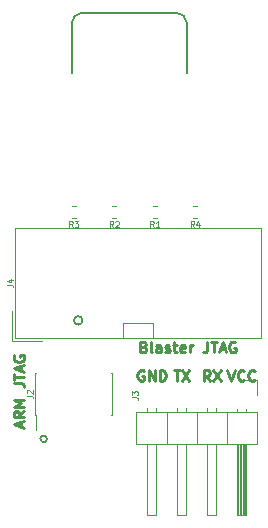
<source format=gbr>
%TF.GenerationSoftware,KiCad,Pcbnew,5.0.2*%
%TF.CreationDate,2019-04-27T21:36:03+08:00*%
%TF.ProjectId,aw-sd-dbg,61772d73-642d-4646-9267-2e6b69636164,rev?*%
%TF.SameCoordinates,Original*%
%TF.FileFunction,Legend,Top*%
%TF.FilePolarity,Positive*%
%FSLAX46Y46*%
G04 Gerber Fmt 4.6, Leading zero omitted, Abs format (unit mm)*
G04 Created by KiCad (PCBNEW 5.0.2) date 2019年04月27日 星期六 21时36分03秒*
%MOMM*%
%LPD*%
G01*
G04 APERTURE LIST*
%ADD10C,0.120000*%
%ADD11C,0.200000*%
%ADD12C,0.225000*%
%ADD13C,0.150000*%
%ADD14C,0.125000*%
G04 APERTURE END LIST*
D10*
X118872000Y-49276000D02*
X118872000Y-50546000D01*
X116332000Y-49276000D02*
X118872000Y-49276000D01*
X116332000Y-50546000D02*
X116332000Y-49276000D01*
D11*
X112881210Y-49022000D02*
G75*
G03X112881210Y-49022000I-359210J0D01*
G01*
X109884981Y-59055000D02*
G75*
G03X109884981Y-59055000I-283981J0D01*
G01*
D12*
X107719000Y-58033857D02*
X107719000Y-57605285D01*
X107976142Y-58119571D02*
X107076142Y-57819571D01*
X107976142Y-57519571D01*
X107976142Y-56705285D02*
X107547571Y-57005285D01*
X107976142Y-57219571D02*
X107076142Y-57219571D01*
X107076142Y-56876714D01*
X107119000Y-56791000D01*
X107161857Y-56748142D01*
X107247571Y-56705285D01*
X107376142Y-56705285D01*
X107461857Y-56748142D01*
X107504714Y-56791000D01*
X107547571Y-56876714D01*
X107547571Y-57219571D01*
X107976142Y-56319571D02*
X107076142Y-56319571D01*
X107719000Y-56019571D01*
X107076142Y-55719571D01*
X107976142Y-55719571D01*
X107076142Y-54348142D02*
X107719000Y-54348142D01*
X107847571Y-54391000D01*
X107933285Y-54476714D01*
X107976142Y-54605285D01*
X107976142Y-54691000D01*
X107076142Y-54048142D02*
X107076142Y-53533857D01*
X107976142Y-53791000D02*
X107076142Y-53791000D01*
X107719000Y-53276714D02*
X107719000Y-52848142D01*
X107976142Y-53362428D02*
X107076142Y-53062428D01*
X107976142Y-52762428D01*
X107119000Y-51991000D02*
X107076142Y-52076714D01*
X107076142Y-52205285D01*
X107119000Y-52333857D01*
X107204714Y-52419571D01*
X107290428Y-52462428D01*
X107461857Y-52505285D01*
X107590428Y-52505285D01*
X107761857Y-52462428D01*
X107847571Y-52419571D01*
X107933285Y-52333857D01*
X107976142Y-52205285D01*
X107976142Y-52119571D01*
X107933285Y-51991000D01*
X107890428Y-51948142D01*
X107590428Y-51948142D01*
X107590428Y-52119571D01*
X125165000Y-53228142D02*
X125465000Y-54128142D01*
X125765000Y-53228142D01*
X126579285Y-54042428D02*
X126536428Y-54085285D01*
X126407857Y-54128142D01*
X126322142Y-54128142D01*
X126193571Y-54085285D01*
X126107857Y-53999571D01*
X126065000Y-53913857D01*
X126022142Y-53742428D01*
X126022142Y-53613857D01*
X126065000Y-53442428D01*
X126107857Y-53356714D01*
X126193571Y-53271000D01*
X126322142Y-53228142D01*
X126407857Y-53228142D01*
X126536428Y-53271000D01*
X126579285Y-53313857D01*
X127479285Y-54042428D02*
X127436428Y-54085285D01*
X127307857Y-54128142D01*
X127222142Y-54128142D01*
X127093571Y-54085285D01*
X127007857Y-53999571D01*
X126965000Y-53913857D01*
X126922142Y-53742428D01*
X126922142Y-53613857D01*
X126965000Y-53442428D01*
X127007857Y-53356714D01*
X127093571Y-53271000D01*
X127222142Y-53228142D01*
X127307857Y-53228142D01*
X127436428Y-53271000D01*
X127479285Y-53313857D01*
X123675000Y-54128142D02*
X123375000Y-53699571D01*
X123160714Y-54128142D02*
X123160714Y-53228142D01*
X123503571Y-53228142D01*
X123589285Y-53271000D01*
X123632142Y-53313857D01*
X123675000Y-53399571D01*
X123675000Y-53528142D01*
X123632142Y-53613857D01*
X123589285Y-53656714D01*
X123503571Y-53699571D01*
X123160714Y-53699571D01*
X123975000Y-53228142D02*
X124575000Y-54128142D01*
X124575000Y-53228142D02*
X123975000Y-54128142D01*
X120599285Y-53228142D02*
X121113571Y-53228142D01*
X120856428Y-54128142D02*
X120856428Y-53228142D01*
X121327857Y-53228142D02*
X121927857Y-54128142D01*
X121927857Y-53228142D02*
X121327857Y-54128142D01*
X118059285Y-53271000D02*
X117973571Y-53228142D01*
X117845000Y-53228142D01*
X117716428Y-53271000D01*
X117630714Y-53356714D01*
X117587857Y-53442428D01*
X117545000Y-53613857D01*
X117545000Y-53742428D01*
X117587857Y-53913857D01*
X117630714Y-53999571D01*
X117716428Y-54085285D01*
X117845000Y-54128142D01*
X117930714Y-54128142D01*
X118059285Y-54085285D01*
X118102142Y-54042428D01*
X118102142Y-53742428D01*
X117930714Y-53742428D01*
X118487857Y-54128142D02*
X118487857Y-53228142D01*
X119002142Y-54128142D01*
X119002142Y-53228142D01*
X119430714Y-54128142D02*
X119430714Y-53228142D01*
X119645000Y-53228142D01*
X119773571Y-53271000D01*
X119859285Y-53356714D01*
X119902142Y-53442428D01*
X119945000Y-53613857D01*
X119945000Y-53742428D01*
X119902142Y-53913857D01*
X119859285Y-53999571D01*
X119773571Y-54085285D01*
X119645000Y-54128142D01*
X119430714Y-54128142D01*
X118064428Y-51243714D02*
X118193000Y-51286571D01*
X118235857Y-51329428D01*
X118278714Y-51415142D01*
X118278714Y-51543714D01*
X118235857Y-51629428D01*
X118193000Y-51672285D01*
X118107285Y-51715142D01*
X117764428Y-51715142D01*
X117764428Y-50815142D01*
X118064428Y-50815142D01*
X118150142Y-50858000D01*
X118193000Y-50900857D01*
X118235857Y-50986571D01*
X118235857Y-51072285D01*
X118193000Y-51158000D01*
X118150142Y-51200857D01*
X118064428Y-51243714D01*
X117764428Y-51243714D01*
X118793000Y-51715142D02*
X118707285Y-51672285D01*
X118664428Y-51586571D01*
X118664428Y-50815142D01*
X119521571Y-51715142D02*
X119521571Y-51243714D01*
X119478714Y-51158000D01*
X119393000Y-51115142D01*
X119221571Y-51115142D01*
X119135857Y-51158000D01*
X119521571Y-51672285D02*
X119435857Y-51715142D01*
X119221571Y-51715142D01*
X119135857Y-51672285D01*
X119093000Y-51586571D01*
X119093000Y-51500857D01*
X119135857Y-51415142D01*
X119221571Y-51372285D01*
X119435857Y-51372285D01*
X119521571Y-51329428D01*
X119907285Y-51672285D02*
X119993000Y-51715142D01*
X120164428Y-51715142D01*
X120250142Y-51672285D01*
X120293000Y-51586571D01*
X120293000Y-51543714D01*
X120250142Y-51458000D01*
X120164428Y-51415142D01*
X120035857Y-51415142D01*
X119950142Y-51372285D01*
X119907285Y-51286571D01*
X119907285Y-51243714D01*
X119950142Y-51158000D01*
X120035857Y-51115142D01*
X120164428Y-51115142D01*
X120250142Y-51158000D01*
X120550142Y-51115142D02*
X120893000Y-51115142D01*
X120678714Y-50815142D02*
X120678714Y-51586571D01*
X120721571Y-51672285D01*
X120807285Y-51715142D01*
X120893000Y-51715142D01*
X121535857Y-51672285D02*
X121450142Y-51715142D01*
X121278714Y-51715142D01*
X121193000Y-51672285D01*
X121150142Y-51586571D01*
X121150142Y-51243714D01*
X121193000Y-51158000D01*
X121278714Y-51115142D01*
X121450142Y-51115142D01*
X121535857Y-51158000D01*
X121578714Y-51243714D01*
X121578714Y-51329428D01*
X121150142Y-51415142D01*
X121964428Y-51715142D02*
X121964428Y-51115142D01*
X121964428Y-51286571D02*
X122007285Y-51200857D01*
X122050142Y-51158000D01*
X122135857Y-51115142D01*
X122221571Y-51115142D01*
X123464428Y-50815142D02*
X123464428Y-51458000D01*
X123421571Y-51586571D01*
X123335857Y-51672285D01*
X123207285Y-51715142D01*
X123121571Y-51715142D01*
X123764428Y-50815142D02*
X124278714Y-50815142D01*
X124021571Y-51715142D02*
X124021571Y-50815142D01*
X124535857Y-51458000D02*
X124964428Y-51458000D01*
X124450142Y-51715142D02*
X124750142Y-50815142D01*
X125050142Y-51715142D01*
X125821571Y-50858000D02*
X125735857Y-50815142D01*
X125607285Y-50815142D01*
X125478714Y-50858000D01*
X125393000Y-50943714D01*
X125350142Y-51029428D01*
X125307285Y-51200857D01*
X125307285Y-51329428D01*
X125350142Y-51500857D01*
X125393000Y-51586571D01*
X125478714Y-51672285D01*
X125607285Y-51715142D01*
X125693000Y-51715142D01*
X125821571Y-51672285D01*
X125864428Y-51629428D01*
X125864428Y-51329428D01*
X125693000Y-51329428D01*
D10*
X106922000Y-50772000D02*
X106922000Y-48232000D01*
X106922000Y-50772000D02*
X109462000Y-50772000D01*
X107172000Y-50522000D02*
X107172000Y-41172000D01*
X128032000Y-50522000D02*
X107172000Y-50522000D01*
X128032000Y-41172000D02*
X128032000Y-50522000D01*
X107172000Y-41172000D02*
X128032000Y-41172000D01*
X122599267Y-39368000D02*
X122256733Y-39368000D01*
X122599267Y-40388000D02*
X122256733Y-40388000D01*
X115311000Y-53480000D02*
X115376000Y-53480000D01*
X115311000Y-57010000D02*
X115376000Y-57010000D01*
X108906000Y-53480000D02*
X108971000Y-53480000D01*
X108906000Y-57010000D02*
X108971000Y-57010000D01*
X108971000Y-58335000D02*
X108971000Y-57010000D01*
X115376000Y-57010000D02*
X115376000Y-53480000D01*
X108906000Y-57010000D02*
X108906000Y-53480000D01*
X127635000Y-54102000D02*
X127635000Y-55372000D01*
X126365000Y-54102000D02*
X127635000Y-54102000D01*
X118365000Y-56414929D02*
X118365000Y-56812000D01*
X119125000Y-56414929D02*
X119125000Y-56812000D01*
X118365000Y-65472000D02*
X118365000Y-59472000D01*
X119125000Y-65472000D02*
X118365000Y-65472000D01*
X119125000Y-59472000D02*
X119125000Y-65472000D01*
X120015000Y-56812000D02*
X120015000Y-59472000D01*
X120905000Y-56414929D02*
X120905000Y-56812000D01*
X121665000Y-56414929D02*
X121665000Y-56812000D01*
X120905000Y-65472000D02*
X120905000Y-59472000D01*
X121665000Y-65472000D02*
X120905000Y-65472000D01*
X121665000Y-59472000D02*
X121665000Y-65472000D01*
X122555000Y-56812000D02*
X122555000Y-59472000D01*
X123445000Y-56414929D02*
X123445000Y-56812000D01*
X124205000Y-56414929D02*
X124205000Y-56812000D01*
X123445000Y-65472000D02*
X123445000Y-59472000D01*
X124205000Y-65472000D02*
X123445000Y-65472000D01*
X124205000Y-59472000D02*
X124205000Y-65472000D01*
X125095000Y-56812000D02*
X125095000Y-59472000D01*
X125985000Y-56482000D02*
X125985000Y-56812000D01*
X126745000Y-56482000D02*
X126745000Y-56812000D01*
X126085000Y-59472000D02*
X126085000Y-65472000D01*
X126205000Y-59472000D02*
X126205000Y-65472000D01*
X126325000Y-59472000D02*
X126325000Y-65472000D01*
X126445000Y-59472000D02*
X126445000Y-65472000D01*
X126565000Y-59472000D02*
X126565000Y-65472000D01*
X126685000Y-59472000D02*
X126685000Y-65472000D01*
X125985000Y-65472000D02*
X125985000Y-59472000D01*
X126745000Y-65472000D02*
X125985000Y-65472000D01*
X126745000Y-59472000D02*
X126745000Y-65472000D01*
X127695000Y-59472000D02*
X127695000Y-56812000D01*
X117415000Y-59472000D02*
X127695000Y-59472000D01*
X117415000Y-56812000D02*
X117415000Y-59472000D01*
X127695000Y-56812000D02*
X117415000Y-56812000D01*
X112312267Y-39368000D02*
X111969733Y-39368000D01*
X112312267Y-40388000D02*
X111969733Y-40388000D01*
X115741267Y-39368000D02*
X115398733Y-39368000D01*
X115741267Y-40388000D02*
X115398733Y-40388000D01*
X119170267Y-39368000D02*
X118827733Y-39368000D01*
X119170267Y-40388000D02*
X118827733Y-40388000D01*
D13*
X121700000Y-23800000D02*
X121700000Y-28100000D01*
X112000000Y-23800000D02*
X112000000Y-28100000D01*
X112800000Y-23000000D02*
X120900000Y-23000000D01*
X120900000Y-23000000D02*
G75*
G02X121700000Y-23800000I0J-800000D01*
G01*
X112000000Y-23800000D02*
G75*
G02X112800000Y-23000000I800000J0D01*
G01*
D14*
X106533190Y-46013666D02*
X106890333Y-46013666D01*
X106961761Y-46037476D01*
X107009380Y-46085095D01*
X107033190Y-46156523D01*
X107033190Y-46204142D01*
X106699857Y-45561285D02*
X107033190Y-45561285D01*
X106509380Y-45680333D02*
X106866523Y-45799380D01*
X106866523Y-45489857D01*
X122344666Y-41120190D02*
X122178000Y-40882095D01*
X122058952Y-41120190D02*
X122058952Y-40620190D01*
X122249428Y-40620190D01*
X122297047Y-40644000D01*
X122320857Y-40667809D01*
X122344666Y-40715428D01*
X122344666Y-40786857D01*
X122320857Y-40834476D01*
X122297047Y-40858285D01*
X122249428Y-40882095D01*
X122058952Y-40882095D01*
X122773238Y-40786857D02*
X122773238Y-41120190D01*
X122654190Y-40596380D02*
X122535142Y-40953523D01*
X122844666Y-40953523D01*
X108184190Y-55411666D02*
X108541333Y-55411666D01*
X108612761Y-55435476D01*
X108660380Y-55483095D01*
X108684190Y-55554523D01*
X108684190Y-55602142D01*
X108231809Y-55197380D02*
X108208000Y-55173571D01*
X108184190Y-55125952D01*
X108184190Y-55006904D01*
X108208000Y-54959285D01*
X108231809Y-54935476D01*
X108279428Y-54911666D01*
X108327047Y-54911666D01*
X108398476Y-54935476D01*
X108684190Y-55221190D01*
X108684190Y-54911666D01*
X117074190Y-55538666D02*
X117431333Y-55538666D01*
X117502761Y-55562476D01*
X117550380Y-55610095D01*
X117574190Y-55681523D01*
X117574190Y-55729142D01*
X117074190Y-55348190D02*
X117074190Y-55038666D01*
X117264666Y-55205333D01*
X117264666Y-55133904D01*
X117288476Y-55086285D01*
X117312285Y-55062476D01*
X117359904Y-55038666D01*
X117478952Y-55038666D01*
X117526571Y-55062476D01*
X117550380Y-55086285D01*
X117574190Y-55133904D01*
X117574190Y-55276761D01*
X117550380Y-55324380D01*
X117526571Y-55348190D01*
X112057666Y-41120190D02*
X111891000Y-40882095D01*
X111771952Y-41120190D02*
X111771952Y-40620190D01*
X111962428Y-40620190D01*
X112010047Y-40644000D01*
X112033857Y-40667809D01*
X112057666Y-40715428D01*
X112057666Y-40786857D01*
X112033857Y-40834476D01*
X112010047Y-40858285D01*
X111962428Y-40882095D01*
X111771952Y-40882095D01*
X112224333Y-40620190D02*
X112533857Y-40620190D01*
X112367190Y-40810666D01*
X112438619Y-40810666D01*
X112486238Y-40834476D01*
X112510047Y-40858285D01*
X112533857Y-40905904D01*
X112533857Y-41024952D01*
X112510047Y-41072571D01*
X112486238Y-41096380D01*
X112438619Y-41120190D01*
X112295761Y-41120190D01*
X112248142Y-41096380D01*
X112224333Y-41072571D01*
X115486666Y-41120190D02*
X115320000Y-40882095D01*
X115200952Y-41120190D02*
X115200952Y-40620190D01*
X115391428Y-40620190D01*
X115439047Y-40644000D01*
X115462857Y-40667809D01*
X115486666Y-40715428D01*
X115486666Y-40786857D01*
X115462857Y-40834476D01*
X115439047Y-40858285D01*
X115391428Y-40882095D01*
X115200952Y-40882095D01*
X115677142Y-40667809D02*
X115700952Y-40644000D01*
X115748571Y-40620190D01*
X115867619Y-40620190D01*
X115915238Y-40644000D01*
X115939047Y-40667809D01*
X115962857Y-40715428D01*
X115962857Y-40763047D01*
X115939047Y-40834476D01*
X115653333Y-41120190D01*
X115962857Y-41120190D01*
X118915666Y-41120190D02*
X118749000Y-40882095D01*
X118629952Y-41120190D02*
X118629952Y-40620190D01*
X118820428Y-40620190D01*
X118868047Y-40644000D01*
X118891857Y-40667809D01*
X118915666Y-40715428D01*
X118915666Y-40786857D01*
X118891857Y-40834476D01*
X118868047Y-40858285D01*
X118820428Y-40882095D01*
X118629952Y-40882095D01*
X119391857Y-41120190D02*
X119106142Y-41120190D01*
X119249000Y-41120190D02*
X119249000Y-40620190D01*
X119201380Y-40691619D01*
X119153761Y-40739238D01*
X119106142Y-40763047D01*
M02*

</source>
